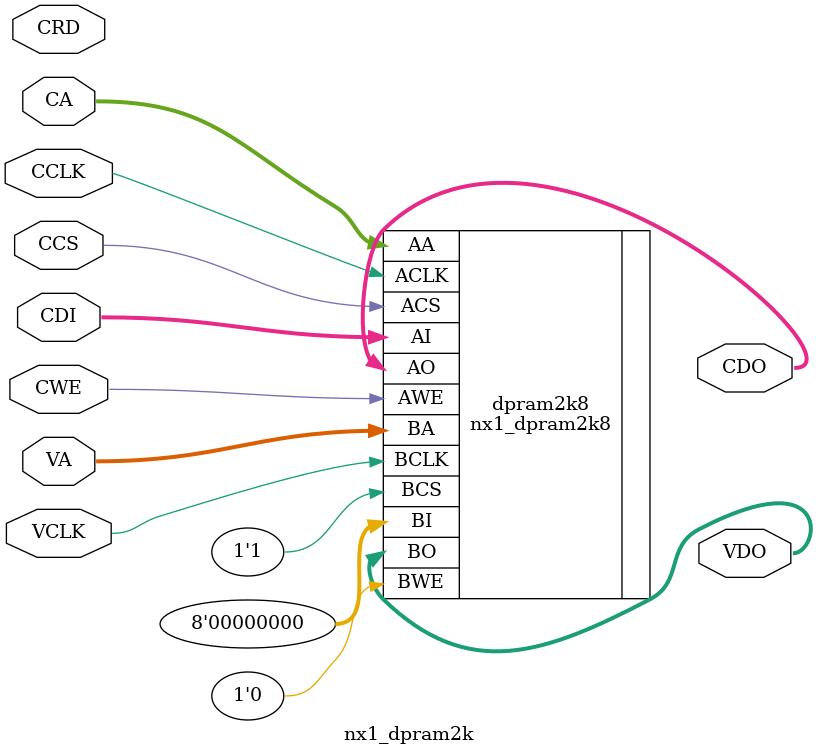
<source format=v>

module nx1_dpram2k #(
	parameter def_DEVICE=0		// 0=xilinx sp3 1=altera cyclone
) (
	input			CCLK,
	input	[10:0]	CA,
	input	[7:0]	CDI,
	output	[7:0]	CDO,
	input			CCS,
	input			CWE,
	input			CRD,
	input			VCLK,
	input	[10:0]	VA,
	output	[7:0]	VDO
);

nx1_dpram2k8 #(
	.def_DEVICE(def_DEVICE)		// 0=xilinx sp3 1=altera cyclone
) dpram2k8 (
	.ACLK(CCLK),
	.AA(CA),
	.AI(CDI),
	.AO(CDO),
	.ACS(CCS),
	.AWE(CWE),
	.BCLK(VCLK),
	.BA(VA),
	.BI(8'h00),
	.BO(VDO),
	.BCS(1'b1),
	.BWE(1'b0)
);

endmodule

</source>
